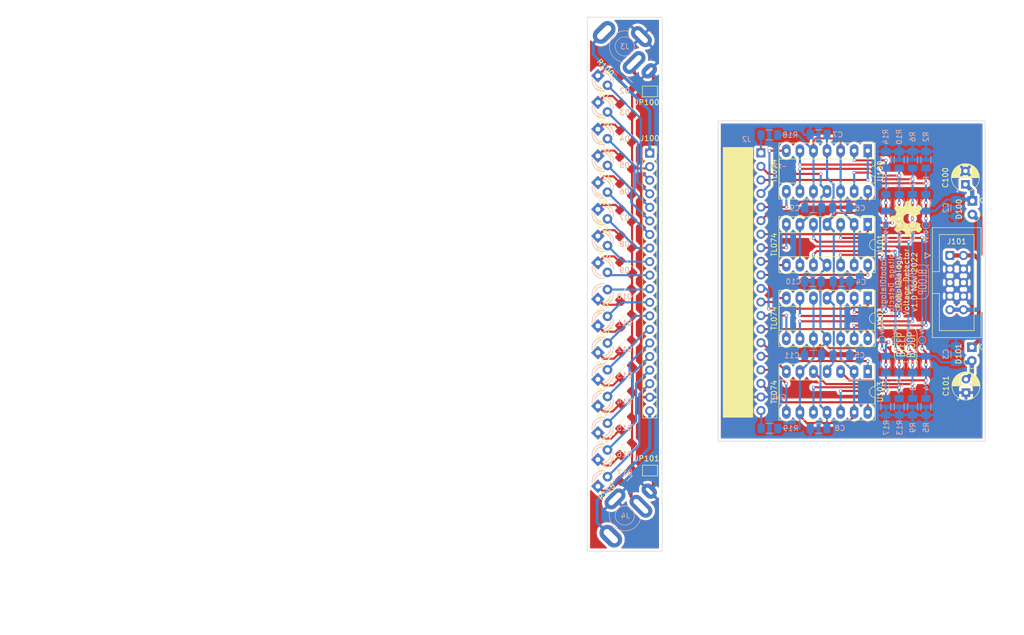
<source format=kicad_pcb>
(kicad_pcb (version 20211014) (generator pcbnew)
  (title_block (title "Voltage Detector") (date "2022-12-04") (rev "1.0") (company "RobotDialogs"))
  (layers (0 "F.Cu" signal) (31 "B.Cu" signal) (34 "B.Paste" user) (35 "F.Paste" user) (36 "B.SilkS" user "B.Silkscreen") (37 "F.SilkS" user "F.Silkscreen") (38 "B.Mask" user) (39 "F.Mask" user) (44 "Edge.Cuts" user))
  (net 0 "")
  (net 1 "+12V")
  (net 2 "GND")
  (net 3 "-12V")
  (net 4 "-12VA")
  (net 5 "Net-(D3-Pad2)")
  (net 6 "Net-(D4-Pad2)")
  (net 7 "+12VA")
  (net 8 "Net-(D5-Pad2)")
  (net 9 "Net-(D6-Pad2)")
  (net 10 "Net-(D7-Pad2)")
  (net 11 "Net-(J2-Pad1)")
  (net 12 "Net-(D8-Pad2)")
  (net 13 "Net-(D9-Pad2)")
  (net 14 "Net-(D10-Pad2)")
  (net 15 "Net-(D11-Pad2)")
  (net 16 "Net-(D12-Pad2)")
  (net 17 "Net-(D13-Pad2)")
  (net 18 "Net-(D14-Pad2)")
  (net 19 "Net-(D15-Pad2)")
  (net 20 "Net-(D16-Pad2)")
  (net 21 "Net-(D17-Pad2)")
  (net 22 "Net-(J2-Pad3)")
  (net 23 "Net-(D3-Pad1)")
  (net 24 "Net-(D4-Pad1)")
  (net 25 "Net-(D5-Pad1)")
  (net 26 "Net-(D6-Pad1)")
  (net 27 "Net-(D7-Pad1)")
  (net 28 "INPUT_1")
  (net 29 "Net-(D8-Pad1)")
  (net 30 "Net-(D9-Pad1)")
  (net 31 "Net-(D10-Pad1)")
  (net 32 "Net-(D11-Pad1)")
  (net 33 "Net-(D12-Pad1)")
  (net 34 "Net-(D13-Pad1)")
  (net 35 "INPUT_2")
  (net 36 "Net-(D14-Pad1)")
  (net 37 "0.9VREF")
  (net 38 "3.2VREF")
  (net 39 "4.9VREF")
  (net 40 "9.8VREF")
  (net 41 "Net-(D15-Pad1)")
  (net 42 "Net-(D16-Pad1)")
  (net 43 "-0.9VREF")
  (net 44 "-3.2VREF")
  (net 45 "-4.9VREF")
  (net 46 "-9.8VREF")
  (net 47 "Net-(D17-Pad1)")
  (net 48 "Net-(D2-Pad1)")
  (net 49 "Net-(J2-Pad4)")
  (net 50 "Net-(D2-Pad2)")
  (net 51 "Net-(J100-Pad20)")
  (net 52 "Net-(J3-PadTN)")
  (net 53 "Net-(J2-Pad5)")
  (net 54 "Net-(J2-Pad6)")
  (net 55 "Net-(J2-Pad7)")
  (net 56 "Net-(J2-Pad8)")
  (net 57 "Net-(J2-Pad9)")
  (net 58 "Net-(J2-Pad10)")
  (net 59 "Net-(J2-Pad11)")
  (net 60 "Net-(J2-Pad12)")
  (net 61 "Net-(J2-Pad13)")
  (net 62 "Net-(J2-Pad14)")
  (net 63 "Net-(J2-Pad15)")
  (net 64 "Net-(J2-Pad16)")
  (net 65 "Net-(J2-Pad17)")
  (net 66 "Net-(J2-Pad18)")
  (net 67 "Net-(J2-Pad20)")
  (net 68 "Net-(J3-PadT)")
  (net 69 "Net-(J4-PadTN)")
  (footprint "Package_DIP:DIP-14_W7.62mm_Socket_LongPads" (layer "F.Cu") (at 192.505 102.583332 -90)
    (fp_text reference "U102")
    (fp_text value "TL074")
  )
  (footprint "Resistor_SMD:R_1206_3216Metric_Pad1.30x1.75mm_HandSolder" (layer "F.Cu") (at 147.270711 87.134688 -45)
    (fp_text reference "R105")
    (fp_text value "2k7")
  )
  (footprint "Package_DIP:DIP-14_W7.62mm_Socket_LongPads" (layer "F.Cu") (at 192.505 116.375 -90)
    (fp_text reference "U103")
    (fp_text value "TL074")
  )
  (footprint "Resistor_SMD:R_1206_3216Metric_Pad1.30x1.75mm_HandSolder" (layer "F.Cu") (at 147.270711 130.906112 45)
    (fp_text reference "R114")
    (fp_text value "2k7")
  )
  (footprint "Jumper:SolderJumper-2_P1.3mm_Bridged_Pad1.0x1.5mm" (layer "F.Cu") (at 151.720711 63.898972 180)
    (fp_text reference "JP100")
    (fp_text value "Jumper_2_Bridged")
  )
  (footprint "Package_DIP:DIP-14_W7.62mm_Socket_LongPads" (layer "F.Cu") (at 192.505 88.791666 -90)
    (fp_text reference "U101")
    (fp_text value "TL074")
  )
  (footprint "Resistor_SMD:R_1206_3216Metric_Pad1.30x1.75mm_HandSolder" (layer "F.Cu") (at 147.270711 106.834687 45)
    (fp_text reference "R109")
    (fp_text value "2k7")
  )
  (footprint "My Stuff:Logo1" (layer "F.Cu") (at 199.6 111.4 90)
    (fp_text reference "LOGO101" hide)
    (fp_text value "logo1" hide)
  )
  (footprint "Resistor_SMD:R_1206_3216Metric_Pad1.30x1.75mm_HandSolder" (layer "F.Cu") (at 147.270711 96.898972 -45)
    (fp_text reference "R107")
    (fp_text value "2k7")
  )
  (footprint "Resistor_SMD:R_1206_3216Metric_Pad1.30x1.75mm_HandSolder" (layer "F.Cu") (at 147.270711 92.09183 -45)
    (fp_text reference "R106")
    (fp_text value "2k7")
  )
  (footprint "Connector_IDC:IDC-Header_2x05_P2.54mm_Vertical" (layer "F.Cu") (at 207.8975 94.62)
    (fp_text reference "J101")
    (fp_text value "Conn_02x05_Odd_Even")
  )
  (footprint "Resistor_SMD:R_1206_3216Metric_Pad1.30x1.75mm_HandSolder" (layer "F.Cu") (at 147.270711 82.177546 -45)
    (fp_text reference "R104")
    (fp_text value "2k7")
  )
  (footprint "Diode_THT:D_A-405_P2.54mm_Vertical_KathodeUp" (layer "F.Cu") (at 212.1 84.4 -90)
    (fp_text reference "D100")
    (fp_text value "D")
  )
  (footprint "Resistor_SMD:R_1206_3216Metric_Pad1.30x1.75mm_HandSolder" (layer "F.Cu") (at 147.270711 111.648972 45)
    (fp_text reference "R110")
    (fp_text value "2k7")
  )
  (footprint "Diode_THT:D_A-405_P2.54mm_Vertical_KathodeUp" (layer "F.Cu") (at 212 111.8 -90)
    (fp_text reference "D101")
    (fp_text value "D")
  )
  (footprint "Connector_PinSocket_2.54mm:PinSocket_1x20_P2.54mm_Vertical" (layer "F.Cu") (at 151.674999 75.448972)
    (fp_text reference "J100")
    (fp_text value "Conn_01x20")
  )
  (footprint "Resistor_SMD:R_1206_3216Metric_Pad1.30x1.75mm_HandSolder" (layer "F.Cu") (at 147.270711 126.091827 45)
    (fp_text reference "R113")
    (fp_text value "2k7")
  )
  (footprint "Resistor_SMD:R_1206_3216Metric_Pad1.30x1.75mm_HandSolder" (layer "F.Cu") (at 147.270711 135.720397 45)
    (fp_text reference "R115")
    (fp_text value "2k7")
  )
  (footprint "Package_DIP:DIP-14_W7.62mm_Socket_LongPads" (layer "F.Cu") (at 192.505 75 -90)
    (fp_text reference "U100")
    (fp_text value "TL074")
  )
  (footprint "Resistor_SMD:R_1206_3216Metric_Pad1.30x1.75mm_HandSolder" (layer "F.Cu") (at 147.270711 72.263262 -45)
    (fp_text reference "R102")
    (fp_text value "2k7")
  )
  (footprint "Resistor_SMD:R_1206_3216Metric_Pad1.30x1.75mm_HandSolder" (layer "F.Cu") (at 147.270711 116.463257 45)
    (fp_text reference "R111")
    (fp_text value "2k7")
  )
  (footprint "Capacitor_THT:CP_Radial_D5.0mm_P2.50mm" (layer "F.Cu") (at 210.8 81.3 90)
    (fp_text reference "C100")
    (fp_text value "100uF")
  )
  (footprint "Resistor_SMD:R_1206_3216Metric_Pad1.30x1.75mm_HandSolder" (layer "F.Cu") (at 147.270711 121.277542 45)
    (fp_text reference "R112")
    (fp_text value "2k7")
  )
  (footprint "Resistor_SMD:R_1206_3216Metric_Pad1.30x1.75mm_HandSolder" (layer "F.Cu") (at 147.270711 67.30612 -45)
    (fp_text reference "R101")
    (fp_text value "2k7")
  )
  (footprint "Jumper:SolderJumper-2_P1.3mm_Bridged_Pad1.0x1.5mm" (layer "F.Cu") (at 151.720711 134.898972 180)
    (fp_text reference "JP101")
    (fp_text value "Jumper_2_Bridged")
  )
  (footprint "Symbol:OSHW-Symbol_6.7x6mm_SilkScreen" (layer "F.Cu") (at 199.75 87.75 90)
    (fp_text reference "LOGO100" hide)
    (fp_text value "Logo_Open_Hardware_Small" hide)
  )
  (footprint "Capacitor_THT:CP_Radial_D5.0mm_P2.50mm" (layer "F.Cu") (at 210.9 120.305113 90)
    (fp_text reference "C101")
    (fp_text value "100uF")
  )
  (footprint "My Stuff:Logo2" (layer "F.Cu") (at 201.75 99.55 90)
    (fp_text reference "LOGO102" hide)
    (fp_text value "logo1" hide)
  )
  (footprint "Resistor_SMD:R_1206_3216Metric_Pad1.30x1.75mm_HandSolder" (layer "F.Cu") (at 147.270711 77.220404 -45)
    (fp_text reference "R103")
    (fp_text value "2k7")
  )
  (footprint "Resistor_SMD:R_1206_3216Metric_Pad1.30x1.75mm_HandSolder" (layer "F.Cu") (at 147.270711 102.020402 45)
    (fp_text reference "R108")
    (fp_text value "2k7")
  )
  (footprint "Resistor_SMD:R_1206_3216Metric_Pad1.30x1.75mm_HandSolder" (layer "F.Cu") (at 147.270711 62.348978 -45)
    (fp_text reference "R100")
    (fp_text value "2k7")
  )
  (footprint "Resistor_SMD:R_1206_3216Metric_Pad1.30x1.75mm_HandSolder" (layer "B.Cu") (at 198.4 122.95 90)
    (fp_text reference "R13")
    (fp_text value "3k6")
  )
  (footprint "My Stuff:LED_D3.0mm" (layer "B.Cu") (at 142.870711 131.940323 45)
    (fp_text reference "D16")
    (fp_text value "LED")
  )
  (footprint "Resistor_SMD:R_1206_3216Metric_Pad1.30x1.75mm_HandSolder" (layer "B.Cu") (at 203.399999 76.7 -90)
    (fp_text reference "R2")
    (fp_text value "1k3")
  )
  (footprint "Resistor_SMD:R_1206_3216Metric_Pad1.30x1.75mm_HandSolder" (layer "B.Cu") (at 200.899999 84.750001 -90)
    (fp_text reference "R7")
    (fp_text value "9k1")
  )
  (footprint "My Stuff:LED_D3.0mm" (layer "B.Cu") (at 142.870712 91.886994 -45)
    (fp_text reference "D8")
    (fp_text value "LED")
  )
  (footprint "My Stuff:LED_D3.0mm" (layer "B.Cu") (at 142.870711 111.913658 45)
    (fp_text reference "D12")
    (fp_text value "LED")
  )
  (footprint "Capacitor_SMD:C_1206_3216Metric_Pad1.33x1.80mm_HandSolder" (layer "B.Cu") (at 182.2625 113.3)
    (fp_text reference "C11")
    (fp_text value "10nF")
  )
  (footprint "Capacitor_SMD:C_1206_3216Metric_Pad1.33x1.80mm_HandSolder" (layer "B.Cu") (at 183.3 127)
    (fp_text reference "C8")
    (fp_text value "10nF")
  )
  (footprint "My Stuff:Jack_3.5mm_MJ-355W_and_PJ398SM_Vertical" (layer "B.Cu") (at 147.020711 143.317939 -45)
    (fp_text reference "J4")
    (fp_text value "IN_2")
  )
  (footprint "My Stuff:TestPoint_Pad_D1.0mm_minimal" (layer "B.Cu") (at 195.2 110.45 180)
    (fp_text reference "TP8" hide)
    (fp_text value "TestPoint")
  )
  (footprint "Capacitor_SMD:C_1206_3216Metric_Pad1.33x1.80mm_HandSolder" (layer "B.Cu") (at 182.22 99.5)
    (fp_text reference "C10")
    (fp_text value "10nF")
  )
  (footprint "Connector_PinHeader_2.54mm:PinHeader_1x20_P2.54mm_Horizontal" (layer "B.Cu") (at 172.5 75.4 180)
    (fp_text reference "J2")
    (fp_text value "Conn_01x20")
  )
  (footprint "My Stuff:TestPoint_Pad_D1.0mm_minimal" (layer "B.Cu") (at 202.7 110.45 180)
    (fp_text reference "TP2" hide)
    (fp_text value "TestPoint")
  )
  (footprint "Resistor_SMD:R_1206_3216Metric_Pad1.30x1.75mm_HandSolder" (layer "B.Cu") (at 198.4 84.750001 -90)
    (fp_text reference "R11")
    (fp_text value "4k7")
  )
  (footprint "My Stuff:LED_D3.0mm" (layer "B.Cu") (at 142.870711 66.853663 -45)
    (fp_text reference "D3")
    (fp_text value "LED")
  )
  (footprint "My Stuff:TestPoint_Pad_D1.0mm_minimal" (layer "B.Cu") (at 203.4 88.9 180)
    (fp_text reference "TP1" hide)
    (fp_text value "TestPoint")
  )
  (footprint "Resistor_SMD:R_1206_3216Metric_Pad1.30x1.75mm_HandSolder" (layer "B.Cu") (at 195.900001 76.7 -90)
    (fp_text reference "R14")
    (fp_text value "1k3")
  )
  (footprint "Resistor_SMD:R_1206_3216Metric_Pad1.30x1.75mm_HandSolder" (layer "B.Cu") (at 198.4 115.05 90)
    (fp_text reference "R12")
    (fp_text value "4k7")
  )
  (footprint "My Stuff:TestPoint_Pad_D1.0mm_minimal" (layer "B.Cu") (at 195.9 88.9 180)
    (fp_text reference "TP7" hide)
    (fp_text value "TestPoint")
  )
  (footprint "Resistor_SMD:R_1206_3216Metric_Pad1.30x1.75mm_HandSolder" (layer "B.Cu") (at 203.399999 84.750001 -90)
    (fp_text reference "R3")
    (fp_text value "15k")
  )
  (footprint "My Stuff:LED_D3.0mm" (layer "B.Cu") (at 142.870711 76.866996 -45)
    (fp_text reference "D5")
    (fp_text value "LED")
  )
  (footprint "My Stuff:LED_D3.0mm" (layer "B.Cu") (at 142.870711 116.920324 45)
    (fp_text reference "D13")
    (fp_text value "LED")
  )
  (footprint "My Stuff:LED_D3.0mm" (layer "B.Cu") (at 142.870711 61.846997 -45)
    (fp_text reference "D2")
    (fp_text value "LED")
  )
  (footprint "Resistor_SMD:R_1206_3216Metric_Pad1.30x1.75mm_HandSolder" (layer "B.Cu") (at 198.4 76.7 -90)
    (fp_text reference "R10")
    (fp_text value "3k6")
  )
  (footprint "Capacitor_SMD:C_1206_3216Metric_Pad1.33x1.80mm_HandSolder" (layer "B.Cu") (at 187.6 99.5)
    (fp_text reference "C4")
    (fp_text value "10nF")
  )
  (footprint "Resistor_SMD:R_1206_3216Metric_Pad1.30x1.75mm_HandSolder" (layer "B.Cu") (at 174.05 72.05)
    (fp_text reference "R18")
    (fp_text value "100k")
  )
  (footprint "Resistor_SMD:R_1206_3216Metric_Pad1.30x1.75mm_HandSolder" (layer "B.Cu") (at 200.9 122.950001 90)
    (fp_text reference "R9")
    (fp_text value "3k6")
  )
  (footprint "My Stuff:LED_D3.0mm" (layer "B.Cu") (at 142.870711 101.900326 45)
    (fp_text reference "D10")
    (fp_text value "LED")
  )
  (footprint "Resistor_SMD:R_1206_3216Metric_Pad1.30x1.75mm_HandSolder" (layer "B.Cu") (at 203.399999 122.950001 90)
    (fp_text reference "R5")
    (fp_text value "1k3")
  )
  (footprint "Capacitor_SMD:C_1206_3216Metric_Pad1.33x1.80mm_HandSolder" (layer "B.Cu") (at 187.5 85.7)
    (fp_text reference "C6")
    (fp_text value "10nF")
  )
  (footprint "My Stuff:TestPoint_Pad_D1.0mm_minimal" (layer "B.Cu") (at 200.15 110.45 180)
    (fp_text reference "TP4" hide)
    (fp_text value "TestPoint")
  )
  (footprint "Resistor_SMD:R_1206_3216Metric_Pad1.30x1.75mm_HandSolder" (layer "B.Cu") (at 174.1 127)
    (fp_text reference "R19")
    (fp_text value "100k")
  )
  (footprint "My Stuff:LED_D3.0mm" (layer "B.Cu") (at 142.870711 121.926991 45)
    (fp_text reference "D14")
    (fp_text value "LED")
  )
  (footprint "My Stuff:LED_D3.0mm" (layer "B.Cu") (at 142.870711 96.89366 -45)
    (fp_text reference "D9")
    (fp_text value "LED")
  )
  (footprint "My Stuff:TestPoint_Pad_D1.0mm_minimal" (layer "B.Cu") (at 197.7 110.45 180)
    (fp_text reference "TP6" hide)
    (fp_text value "TestPoint")
  )
  (footprint "Resistor_SMD:R_1206_3216Metric_Pad1.30x1.75mm_HandSolder" (layer "B.Cu") (at 195.900001 115.05 90)
    (fp_text reference "R16")
    (fp_text value "200")
  )
  (footprint "My Stuff:LED_D3.0mm" (layer "B.Cu") (at 142.870711 106.906992 45)
    (fp_text reference "D11")
    (fp_text value "LED")
  )
  (footprint "My Stuff:LED_D3.0mm" (layer "B.Cu") (at 142.870711 71.86033 -45)
    (fp_text reference "D4")
    (fp_text value "LED")
  )
  (footprint "Resistor_SMD:R_1206_3216Metric_Pad1.30x1.75mm_HandSolder" (layer "B.Cu") (at 195.900001 84.750001 -90)
    (fp_text reference "R15")
    (fp_text value "200")
  )
  (footprint "Capacitor_SMD:C_1206_3216Metric_Pad1.33x1.80mm_HandSolder" (layer "B.Cu") (at 183.3 72 180)
    (fp_text reference "C7")
    (fp_text value "10nF")
  )
  (footprint "My Stuff:TestPoint_Pad_D1.0mm_minimal" (layer "B.Cu") (at 200.9 88.9 180)
    (fp_text reference "TP3" hide)
    (fp_text value "TestPoint")
  )
  (footprint "Capacitor_SMD:C_1206_3216Metric_Pad1.33x1.80mm_HandSolder" (layer "B.Cu") (at 209 85.7 -90)
    (fp_text reference "C2")
    (fp_text value "10nF")
  )
  (footprint "Capacitor_SMD:C_1206_3216Metric_Pad1.33x1.80mm_HandSolder" (layer "B.Cu") (at 187.5625 113.3)
    (fp_text reference "C5")
    (fp_text value "10nF")
  )
  (footprint "My Stuff:LED_D3.0mm" (layer "B.Cu") (at 142.870711 81.873662 -45)
    (fp_text reference "D6")
    (fp_text value "LED")
  )
  (footprint "My Stuff:LED_D3.0mm" (layer "B.Cu") (at 142.870711 126.933657 45)
    (fp_text reference "D15")
    (fp_text value "LED")
  )
  (footprint "Capacitor_SMD:C_1206_3216Metric_Pad1.33x1.80mm_HandSolder" (layer "B.Cu") (at 209 113.1 -90)
    (fp_text reference "C3")
    (fp_text value "10nF")
  )
  (footprint "My Stuff:LED_D3.0mm" (layer "B.Cu") (at 142.870711 136.946998 45)
    (fp_text reference "D17")
    (fp_text value "LED")
  )
  (footprint "Resistor_SMD:R_1206_3216Metric_Pad1.30x1.75mm_HandSolder" (layer "B.Cu") (at 195.900001 122.95 90)
    (fp_text reference "R17")
    (fp_text value "1k3")
  )
  (footprint "Resistor_SMD:R_1206_3216Metric_Pad1.30x1.75mm_HandSolder" (layer "B.Cu") (at 200.9 115.05 90)
    (fp_text reference "R8")
    (fp_text value "9k1")
  )
  (footprint "Resistor_SMD:R_1206_3216Metric_Pad1.30x1.75mm_HandSolder" (layer "B.Cu") (at 200.899999 76.7 -90)
    (fp_text reference "R6")
    (fp_text value "3k6")
  )
  (footprint "Capacitor_SMD:C_1206_3216Metric_Pad1.33x1.80mm_HandSolder" (layer "B.Cu") (at 182.3 85.7)
    (fp_text reference "C9")
    (fp_text value "10nF")
  )
  (footprint "My Stuff:TestPoint_Pad_D1.0mm_minimal" (layer "B.Cu") (at 198.4 88.9 180)
    (fp_text reference "TP5" hide)
    (fp_text value "TestPoint")
  )
  (footprint "Resistor_SMD:R_1206_3216Metric_Pad1.30x1.75mm_HandSolder" (layer "B.Cu") (at 203.399999 115.05 90)
    (fp_text reference "R4")
    (fp_text value "15k")
  )
  (footprint "My Stuff:Jack_3.5mm_MJ-355W_and_PJ398SM_Vertical" (layer "B.Cu") (at 147.020711 55.480005 -135)
    (fp_text reference "J3")
    (fp_text value "IN_1")
  )
  (footprint "My Stuff:LED_D3.0mm" (layer "B.Cu") (at 142.870711 86.880327 -45)
    (fp_text reference "D7")
    (fp_text value "LED")
  )
  (gr_rect (start 165.45 74.4) (end 170.95 124.9) (layer "F.SilkS") (width 0.15) (fill solid))
  (gr_poly locked (pts (xy 154 50) (xy 140.000001 49.999998) (xy 140 150) (xy 154 150)) (layer "Edge.Cuts") (width 0.1) (fill none))
  (gr_rect (start 164.5 69.4) (end 214.5 129.4) (layer "Edge.Cuts") (width 0.1) (fill none))
  (gr_text "3.2V" (at 200.95 91.1 -270) (layer "B.SilkS") (effects (font (size 0.75 0.75)) (justify mirror)))
  (gr_text "-4.9V" (at 197.7 107.7 -270) (layer "B.SilkS") (effects (font (size 0.75 0.75)) (justify mirror)))
  (gr_text "9.8V" (at 195.95 91.1 -270) (layer "B.SilkS") (effects (font (size 0.75 0.75)) (justify mirror)))
  (gr_text "v1.0 Nov 2022" (at 198.4 99.65 90) (layer "B.SilkS") (effects (font (size 1 1)) (justify mirror)))
  (gr_text "4.9V" (at 198.45 91.1 -270) (layer "B.SilkS") (effects (font (size 0.75 0.75)) (justify mirror)))
  (gr_text "-3.2V" (at 200.2 107.7 -270) (layer "B.SilkS") (effects (font (size 0.75 0.75)) (justify mirror)))
  (gr_text "-12V" (at 175.85 77.9) (layer "B.SilkS") (effects (font (size 0.75 0.75)) (justify mirror)))
  (gr_text "GND" (at 175.75 121.2) (layer "B.SilkS") (effects (font (size 1 1)) (justify mirror)))
  (gr_text "0.9V" (at 203.45 91.1 -270) (layer "B.SilkS") (effects (font (size 0.75 0.75)) (justify mirror)))
  (gr_text "-9.8V" (at 195.2 107.7 -270) (layer "B.SilkS") (effects (font (size 0.75 0.75)) (justify mirror)))
  (gr_text "RobotDialogs\n" (at 195.4 99.65 90) (layer "B.SilkS") (effects (font (size 1 1)) (justify mirror)))
  (gr_text "Voltage Detector" (at 196.9 99.65 90) (layer "B.SilkS") (effects (font (size 1 1)) (justify mirror)))
  (gr_text "-0.9V" (at 202.7 107.7 -270) (layer "B.SilkS") (effects (font (size 0.75 0.75)) (justify mirror)))
  (gr_text "RobotDialogs\n" (at 198.25 99.6 90) (layer "F.SilkS") (effects (font (size 1 1))))
  (gr_text "TL074" (at 174.95 92.6 90) (layer "F.SilkS") (effects (font (size 1 1))))
  (gr_text "Voltage Detector" (at 199.75 99.6 90) (layer "F.SilkS") (effects (font (size 1 1))))
  (gr_text "v1.0 Nov 2022" (at 201.25 99.6 90) (layer "F.SilkS") (effects (font (size 1 1))))
  (gr_text "TL074" (at 174.95 120.2 90) (layer "F.SilkS") (effects (font (size 1 1))))
  (gr_text "TL074" (at 174.95 106.4 90) (layer "F.SilkS") (effects (font (size 1 1))))
  (gr_text "TL074" (at 174.95 78.8 90) (layer "F.SilkS") (effects (font (size 1 1))))
  (segment (start 184.885 88.791666) (end 184.885 88.465) (width 0.4) (layer "F.Cu") (net 1))
  (segment (start 186.7 86.65) (end 193.7 86.65) (width 0.4) (layer "F.Cu") (net 1))
  (segment (start 212.1 84.4) (end 212.1 82.6) (width 0.8) (layer "F.Cu") (net 1))
  (segment (start 195.05 88.5) (end 197.1 88.5) (width 0.4) (layer "F.Cu") (net 1))
  (segment (start 212.1 82.6) (end 210.8 81.3) (width 0.8) (layer "F.Cu") (net 1))
  (segment (start 194.75 88.2) (end 195.05 88.5) (width 0.4) (layer "F.Cu") (net 1))
  (segment (start 193.7 86.65) (end 194.75 87.7) (width 0.4) (layer "F.Cu") (net 1))
  (segment (start 184.885 88.465) (end 186.7 86.65) (width 0.4) (layer "F.Cu") (net 1))
  (segment (start 194.75 87.7) (end 194.75 88.2) (width 0.4) (layer "F.Cu") (net 1))
  (via (at 197.1 88.5) (size 0.6) (drill 0.4) (layers "F.Cu" "B.Cu") (net 1))
  (segment (start 186.15 113.15) (end 186.15 103.848332) (width 0.4) (layer "B.Cu") (net 1))
  (segment (start 186 114.85) (end 186 113.3) (width 0.4) (layer "B.Cu") (net 1))
  (segment (start 212.1 82.6) (end 210.8 81.3) (width 0.8) (layer "B.Cu") (net 1))
  (segment (start 208.9875 84.15) (end 209 84.1375) (width 0.4) (layer "B.Cu") (net 1))
  (segment (start 203.399999 86.300001) (end 205.099999 86.300001) (width 0.4) (layer "B.Cu") (net 1))
  (segment (start 186.15 99.3875) (end 186.0375 99.5) (width 0.4) (layer "B.Cu") (net 1))
  (segment (start 184.8625 74.9775) (end 184.885 75) (width 0.4) (layer "B.Cu") (net 1))
  (segment (start 184.885 116.375) (end 184.885 115.965) (width 0.4) (layer "B.Cu") (net 1))
  (segment (start 197.1 88.5) (end 197.1 86.35) (width 0.4) (layer "B.Cu") (net 1))
  (segment (start 184.8625 72) (end 184.8625 74.9775) (width 0.4) (layer "B.Cu") (net 1))
  (segment (start 211.8375 84.1375) (end 212.1 84.4) (width 0.8) (layer "B.Cu") (net 1))
  (segment (start 197.1 86.35) (end 197.149999 86.300001) (width 0.4) (layer "B.Cu") (net 1))
  (segment (start 195.900001 86.300001) (end 197.149999 86.300001) (width 0.4) (layer "B.Cu") (net 1))
  (segment (start 186.15 90.056666) (end 186.15 99.3875) (width 0.4) (layer "B.Cu") (net 1))
  (segment (start 185.9375 85.7) (end 185.9375 83.9625) (width 0.4) (layer "B.Cu") (net 1))
  (segment (start 184.885 80.085) (end 186.1 81.3) (width 0.4) (layer "B.Cu") (net 1))
  (segment (start 184.885 88.265) (end 185.9375 87.2125) (width 0.4) (layer "B.Cu") (net 1))
  (segment (start 197.149999 86.300001) (end 203.399999 86.300001) (width 0.4) (layer "B.Cu") (net 1))
  (segment (start 185.9375 87.2125) (end 185.9375 85.7) (width 0.4) (layer "B.Cu") (net 1))
  (segment (start 184.885 88.791666) (end 186.15 90.056666) (width 0.4) (layer "B.Cu") (net 1))
  (segment (start 186.0375 101.430832) (end 184.885 102.583332) (width 0.4) (layer "B.Cu") (net 1))
  (segment (start 184.885 75) (end 184.885 80.085) (width 0.4) (layer "B.Cu") (net 1))
  (segment (start 186.15 103.848332) (end 184.885 102.583332) (width 0.4) (layer "B.Cu") (net 1))
  (segment (start 212.1 84.4) (end 212.1 82.6) (width 0.8) (layer "B.Cu") (net 1))
  (segment (start 186.1 81.3) (end 186.1 83.8) (width 0.4) (layer "B.Cu") (net 1))
  (segment (start 207.25 84.15) (end 208.9875 84.15) (width 0.4) (layer "B.Cu") (net 1))
  (segment (start 184.885 88.791666) (end 184.885 88.265) (width 0.4) (layer "B.Cu") (net 1))
  (segment (start 205.099999 86.300001) (end 207.25 84.15) (width 0.4) (layer "B.Cu") (net 1))
  (segment (start 209 84.1375) (end 211.8375 84.1375) (width 0.8) (layer "B.Cu") (net 1))
  (segment (start 186 113.3) (end 186.15 113.15) (width 0.4) (layer "B.Cu") (net 1))
  (segment (start 184.885 115.965) (end 186 114.85) (width 0.4) (layer "B.Cu") (net 1))
  (segment (start 186.1 83.8) (end 185.9375 83.9625) (width 0.4) (layer "B.Cu") (net 1))
  (segment (start 186.0375 99.5) (end 186.0375 101.430832) (width 0.4) (layer "B.Cu") (net 1))
  (segment (start 151.590679 60.049973) (end 152.370711 60.830005) (width 0.6) (layer "F.Cu") (net 2))
  (segment (start 151.590679 138.747971) (end 152.370711 137.967939) (width 0.6) (layer "F.Cu") (net 2))
  (segment (start 152.370711 137.967939) (end 152.370711 134.898972) (width 0.6) (layer "F.Cu") (net 2))
  (segment (start 152.370711 60.830005) (end 152.370711 63.898972) (width 0.6) (layer "F.Cu") (net 2))
  (segment (start 173.91 79.35) (end 183.7 79.35) (width 0.4) (layer "F.Cu") (net 3))
  (segment (start 148.366727 63.444994) (end 148.366727 134.624381) (width 0.4) (layer "F.Cu") (net 3))
  (segment (start 185.35 112) (end 193.4 112) (width 0.4) (layer "F.Cu") (net 3))
  (segment (start 172.5 77.94) (end 173.91 79.35) (width 0.4) (layer "F.Cu") (net 3))
  (segment (start 148.366727 78.31642) (end 151.347551 78.31642) (width 0.4) (layer "F.Cu") (net 3))
  (segment (start 212 114.34) (end 212 116.705113) (width 0.8) (layer "F.Cu") (net 3))
  (segment (start 151.347551 78.31642) (end 151.674999 77.988972) (width 0.4) (layer "F.Cu") (net 3))
  (segment (start 184.885 111.535) (end 185.35 112) (width 0.4) (layer "F.Cu") (net 3))
  (segment (start 184.885 111.535) (end 184.885 110.203332) (width 0.4) (layer "F.Cu") (net 3))
  (segment (start 193.4 112) (end 194.55 110.85) (width 0.4) (layer "F.Cu") (net 3))
  (segment (start 212 116.705113) (end 210.9 117.805113) (width 0.8) (layer "F.Cu") (net 3))
  (segment (start 194.55 110.85) (end 196.4 110.85) (width 0.4) (layer "F.Cu") (net 3))
  (via (at 196.4 110.85) (size 0.6) (drill 0.4) (layers "F.Cu" "B.Cu") (net 3))
  (via (at 183.7 79.35) (size 0.6) (drill 0.4) (layers "F.Cu" "B.Cu") (net 3))
  (segment (start 184.885 82.62) (end 183.8 83.705) (width 0.4) (layer "B.Cu") (net 3))
  (segment (start 203.399999 113.5) (end 205.15 113.5) (width 0.4) (layer "B.Cu") (net 3))
  (segment (start 184.885 96.765) (end 183.8 97.85) (width 0.4) (layer "B.Cu") (net 3))
  (segment (start 184.885 110.765) (end 183.825 111.825) (width 0.4) (layer "B.Cu") (net 3))
  (segment (start 184.885 110.203332) (end 184.885 110.765) (width 0.4) (layer "B.Cu") (net 3))
  (segment (start 212 116.705113) (end 210.9 117.805113) (width 0.8) (layer "B.Cu") (net 3))
  (segment (start 183.825 113.3) (end 183.65 113.475) (width 0.4) (layer "B.Cu") (net 3))
  (segment (start 183.6 95.126666) (end 184.885 96.411666) (width 0.4) (layer "B.Cu") (net 3))
  (segment (start 206.3 114.65) (end 208.9875 114.65) (width 0.4) (layer "B.Cu") (net 3))
  (segment (start 184.885 109.735) (end 183.625 108.475) (width 0.4) (layer "B.Cu") (net 3))
  (segment (start 183.7 81.435) (end 184.885 82.62) (width 0.4) (layer "B.Cu") (net 3))
  (segment (start 183.8 83.705) (end 183.8 85.6375) (width 0.4) (layer "B.Cu") (net 3))
  (segment (start 183.8625 85.7) (end 183.6 85.9625) (width 0.4) (layer "B.Cu") (net 3))
  (segment (start 184.885 110.203332) (end 184.885 109.735) (width 0.4) (layer "B.Cu") (net 3))
  (segment (start 183.65 99.6325) (end 183.65 108.45) (width 0.4) (layer "B.Cu") (net 3))
  (segment (start 183.65 113.475) (end 183.65 122.76) (width 0.4) (layer "B.Cu") (net 3))
  (segment (start 184.8625 127) (end 184.8625 124.0175) (width 0.4) (layer "B.Cu") (net 3))
  (segment (start 183.65 122.76) (end 184.885 123.995) (width 0.4) (layer "B.Cu") (net 3))
  (segment (start 183.7825 99.5) (end 183.65 99.6325) (width 0.4) (layer "B.Cu") (net 3))
  (segment (start 195.899511 111.350489) (end 195.899511 113.49951) (width 0.4) (layer "B.Cu") (net 3))
  (segment (start 208.9875 114.65) (end 209 114.6625) (width 0.4) (layer "B.Cu") (net 3))
  (segment (start 183.8 97.85) (end 183.8 99.4825) (width 0.4) (layer "B.Cu") (net 3))
  (segment (start 209 114.6625) (end 211.6775 114.6625) (width 0.8) (layer "B.Cu") (net 3))
  (segment (start 184.8625 124.0175) (end 184.885 123.995) (width 0.4) (layer "B.Cu") (net 3))
  (segment (start 195.900001 113.5) (end 203.399999 113.5) (width 0.4) (layer "B.Cu") (net 3))
  (segment (start 195.899511 113.49951) (end 195.900001 113.5) (width 0.4) (layer "B.Cu") (net 3))
  (segment (start 183.825 113.3) (end 183.825 111.825) (width 0.4) (layer "B.Cu") (net 3))
  (segment (start 183.8 99.4825) (end 183.7825 99.5) (width 0.4) (layer "B.Cu") (net 3))
  (segment (start 205.15 113.5) (end 206.3 114.65) (width 0.4) (layer "B.Cu") (net 3))
  (segment (start 183.8 85.6375) (end 183.8625 85.7) (width 0.4) (layer "B.Cu") (net 3))
  (segment (start 184.885 96.411666) (end 184.885 96.765) (width 0.4) (layer "B.Cu") (net 3))
  (segment (start 211.6775 114.6625) (end 212 114.34) (width 0.8) (layer "B.Cu") (net 3))
  (segment (start 183.65 108.45) (end 183.625 108.475) (width 0.4) (layer "B.Cu") (net 3))
  (segment (start 183.6 85.9625) (end 183.6 95.126666) (width 0.4) (layer "B.Cu") (net 3))
  (segment (start 183.7 79.35) (end 183.7 81.435) (width 0.4) (layer "B.Cu") (net 3))
  (segment (start 212 114.34) (end 212 116.705113) (width 0.8) (layer "B.Cu") (net 3))
  (segment (start 196.4 110.85) (end 195.899511 111.350489) (width 0.4) (layer "B.Cu") (net 3))
  (segment (start 210.4375 94.62) (end 212.52 94.62) (width 0.8) (layer "F.Cu") (net 4))
  (segment (start 212.52 94.62) (end 213.35 95.45) (width 0.8) (layer "F.Cu") (net 4))
  (segment (start 207.8975 94.62) (end 210.4375 94.62) (width 0.8) (layer "F.Cu") (net 4))
  (segment (start 213.35 95.45) (end 213.35 110.45) (width 0.8) (layer "F.Cu") (net 4))
  (segment (start 213.35 110.45) (end 212 111.8) (width 0.8) (layer "F.Cu") (net 4))
  (segment (start 151.674999 83.068972) (end 149.421191 80.815164) (width 0.4) (layer "B.Cu") (net 5))
  (segment (start 149.421191 80.815164) (end 149.421191 73.404143) (width 0.4) (layer "B.Cu") (net 5))
  (segment (start 149.421191 73.404143) (end 143.768737 67.751689) (width 0.4) (layer "B.Cu") (net 5))
  (segment (start 148.821671 77.81129) (end 143.768737 72.758356) (width 0.4) (layer "B.Cu") (net 6))
  (segment (start 148.821671 82.755644) (end 148.821671 77.81129) (width 0.4) (layer "B.Cu") (net 6))
  (segment (start 151.674999 85.608972) (end 148.821671 82.755644) (width 0.4) (layer "B.Cu") (net 6))
  (segment (start 212.97 104.78) (end 213.35 104.4) (width 0.8) (layer "B.Cu") (net 7))
  (segment (start 210.4375 104.78) (end 212.97 104.78) (width 0.8) (layer "B.Cu") (net 7))
  (segment (start 207.8975 104.78) (end 210.4375 104.78) (width 0.8) (layer "B.Cu") (net 7))
  (segment (start 213.35 88.19) (end 212.1 86.94) (width 0.8) (layer "B.Cu") (net 7))
  (segment (start 213.35 104.4) (end 213.35 88.19) (width 0.8) (layer "B.Cu") (net 7))
  (segment (start 151.674999 88.148972) (end 148.222151 84.696124) (width 0.4) (layer "B.Cu") (net 8))
  (segment (start 148.222151 84.696124) (end 148.222151 82.218436) (width 0.4) (layer "B.Cu") (net 8))
  (segment (start 148.222151 82.218436) (end 143.768737 77.765022) (width 0.4) (layer "B.Cu") (net 8))
  (segment (start 143.768737 82.78271) (end 143.768737 82.771688) (width 0.4) (layer "B.Cu") (net 9))
  (segment (start 151.674999 90.688972) (end 143.768737 82.78271) (width 0.4) (layer "B.Cu") (net 9))
  (segment (start 149.219356 93.228972) (end 143.768737 87.778353) (width 0.4) (layer "B.Cu") (net 10))
  (segment (start 151.674999 93.228972) (end 149.219356 93.228972) (width 0.4) (layer "B.Cu") (net 10))
  (segment (start 172.5 75.4) (end 172.5 72.05) (width 0.4) (layer "B.Cu") (net 11))
  (segment (start 146.75269 95.768972) (end 143.768738 92.78502) (width 0.4) (layer "B.Cu") (net 12))
  (segment (start 151.674999 95.768972) (end 146.75269 95.768972) (width 0.4) (layer "B.Cu") (net 12))
  (segment (start 151.674999 98.308972) (end 144.286023 98.308972) (width 0.4) (layer "B.Cu") (net 13))
  (segment (start 144.286023 98.308972) (end 143.768737 97.791686) (width 0.4) (layer "B.Cu") (net 13))
  (segment (start 151.521671 101.0023) (end 151.674999 100.848972) (width 0.4) (layer "B.Cu") (net 14))
  (segment (start 143.768737 101.0023) (end 151.521671 101.0023) (width 0.4) (layer "B.Cu") (net 14))
  (segment (start 146.388731 103.388972) (end 143.768737 106.008966) (width 0.4) (layer "B.Cu") (net 15))
  (segment (start 151.674999 103.388972) (end 146.388731 103.388972) (width 0.4) (layer "B.Cu") (net 15))
  (segment (start 151.674999 105.928972) (end 148.855397 105.928972) (width 0.4) (layer "B.Cu") (net 16))
  (segment (start 148.855397 105.928972) (end 143.768737 111.015632) (width 0.4) (layer "B.Cu") (net 16))
  (segment (start 143.768737 116.022298) (end 151.322063 108.468972) (width 0.4) (layer "B.Cu") (net 17))
  (segment (start 151.322063 108.468972) (end 151.674999 108.468972) (width 0.4) (layer "B.Cu") (net 17))
  (segment (start 147.89873 114.785241) (end 151.674999 111.008972) (width 0.4) (layer "B.Cu") (net 18))
  (segment (start 143.768737 121.028965) (end 147.89873 116.898972) (width 0.4) (layer "B.Cu") (net 18))
  (segment (start 147.89873 116.898972) (end 147.89873 114.785241) (width 0.4) (layer "B.Cu") (net 18))
  (segment (start 148.521671 116.7023) (end 151.674999 113.548972) (width 0.4) (layer "B.Cu") (net 19))
  (segment (start 143.768737 126.035631) (end 148.521671 121.282697) (width 0.4) (layer "B.Cu") (net 19))
  (segment (start 148.521671 121.282697) (end 148.521671 116.7023) (width 0.4) (layer "B.Cu") (net 19))
  (segment (start 149.121191 118.64278) (end 149.121191 125.689843) (width 0.4) (layer "B.Cu") (net 20))
  (segment (start 143.768737 131.042297) (end 149.121191 125.689843) (width 0.4) (layer "B.Cu") (net 20))
  (segment (start 151.674999 116.088972) (end 149.121191 118.64278) (width 0.4) (layer "B.Cu") (net 20))
  (segment (start 143.768737 136.048972) (end 149.720711 130.096998) (width 0.4) (layer "B.Cu") (net 21))
  (segment (start 151.674999 118.628972) (end 149.720711 120.58326) (width 0.4) (layer "B.Cu") (net 21))
  (segment (start 149.720711 120.58326) (end 149.720711 130.096998) (width 0.4) (layer "B.Cu") (net 21))
  (segment (start 192.48 80.48) (end 192.5 80.5) (width 0.4) (layer "F.Cu") (net 22))
  (segment (start 172.5 80.48) (end 192.48 80.48) (width 0.4) (layer "F.Cu") (net 22))
  (via (at 192.5 80.5) (size 0.6) (drill 0.4) (layers "F.Cu" "B.Cu") (net 22))
  (segment (start 192.505 80.495) (end 192.505 75) (width 0.4) (layer "B.Cu") (net 22))
  (segment (start 192.5 80.5) (end 192.505 80.495) (width 0.4) (layer "B.Cu") (net 22))
  (segment (start 143.17935 64.748972) (end 144.713563 64.748972) (width 0.4) (layer "F.Cu") (net 23))
  (segment (start 144.713563 64.748972) (end 146.174695 66.210104) (width 0.4) (layer "F.Cu") (net 23))
  (segment (start 141.972685 65.955637) (end 143.17935 64.748972) (width 0.4) (layer "F.Cu") (net 23))
  (segment (start 145.106421 70.098972) (end 146.174695 71.167246) (width 0.4) (layer "F.Cu") (net 24))
  (segment (start 141.972685 70.962304) (end 142.836017 70.098972) (width 0.4) (layer "F.Cu") (net 24))
  (segment (start 142.836017 70.098972) (end 145.106421 70.098972) (width 0.4) (layer "F.Cu") (net 24))
  (segment (start 145.049279 74.998972) (end 146.174695 76.124388) (width 0.4) (layer "F.Cu") (net 25))
  (segment (start 142.942683 74.998972) (end 145.049279 74.998972) (width 0.4) (layer "F.Cu") (net 25))
  (segment (start 141.972685 75.96897) (end 142.942683 74.998972) (width 0.4) (layer "F.Cu") (net 25))
  (segment (start 144.892137 79.798972) (end 146.174695 81.08153) (width 0.4) (layer "F.Cu") (net 26))
  (segment (start 143.149349 79.798972) (end 144.892137 79.798972) (width 0.4) (layer "F.Cu") (net 26))
  (segment (start 141.972685 80.975636) (end 143.149349 79.798972) (width 0.4) (layer "F.Cu") (net 26))
  (segment (start 145.284995 85.148972) (end 146.174695 86.038672) (width 0.4) (layer "F.Cu") (net 27))
  (segment (start 141.972685 85.982301) (end 142.806014 85.148972) (width 0.4) (layer "F.Cu") (net 27))
  (segment (start 142.806014 85.148972) (end 145.284995 85.148972) (width 0.4) (layer "F.Cu") (net 27))
  (segment (start 182.8 72.7) (end 187 72.7) (width 0.4) (layer "F.Cu") (net 28))
  (segment (start 182.345 73.155) (end 182.8 72.7) (width 0.4) (layer "F.Cu") (net 28))
  (segment (start 187.425 73.125) (end 187.425 75) (width 0.4) (layer "F.Cu") (net 28))
  (segment (start 187 72.7) (end 187.425 73.125) (width 0.4) (layer "F.Cu") (net 28))
  (segment (start 182.345 75) (end 182.345 73.155) (width 0.4) (layer "F.Cu") (net 28))
  (segment (start 175.6 72.05) (end 179.395 72.05) (width 0.4) (layer "B.Cu") (net 28))
  (segment (start 179.858334 88.791666) (end 182.345 86.305) (width 0.4) (layer "B.Cu") (net 28))
  (segment (start 187.425 86.043559) (end 189.965 88.583559) (width 0.4) (layer "B.Cu") (net 28))
  (segment (start 187.425 82.62) (end 187.425 86.043559) (width 0.4) (layer "B.Cu") (net 28))
  (segment (start 179.805 88.791666) (end 179.805 96.411666) (width 0.4) (layer "B.Cu") (net 28))
  (segment (start 189.965 88.583559) (end 189.965 88.791666) (width 0.4) (layer "B.Cu") (net 28))
  (segment (start 179.805 88.791666) (end 179.858334 88.791666) (width 0.4) (layer "B.Cu") (net 28))
  (segment (start 179.395 72.05) (end 182.345 75) (width 0.4) (layer "B.Cu") (net 28))
  (segment (start 182.345 75) (end 182.345 82.62) (width 0.4) (layer "B.Cu") (net 28))
  (segment (start 182.345 86.305) (end 182.345 82.62) (width 0.4) (layer "B.Cu") (net 28))
  (segment (start 189.965 88.791666) (end 189.965 96.411666) (width 0.4) (layer "B.Cu") (net 28))
  (segment (start 187.425 75) (end 187.425 82.62) (width 0.4) (layer "B.Cu") (net 28))
  (segment (start 145.077853 89.898972) (end 146.174695 90.995814) (width 0.4) (layer "F.Cu") (net 29))
  (segment (start 141.972686 90.988968) (end 143.062682 89.898972) (width 0.4) (layer "F.Cu") (net 29))
  (segment (start 143.062682 89.898972) (end 145.077853 89.898972) (width 0.4) (layer "F.Cu") (net 29))
  (segment (start 143.169347 94.798972) (end 145.020711 94.798972) (width 0.4) (layer "F.Cu") (net 30))
  (segment (start 141.972685 95.995634) (end 143.169347 94.798972) (width 0.4) (layer "F.Cu") (net 30))
  (segment (start 145.020711 94.798972) (end 146.174695 95.952956) (width 0.4) (layer "F.Cu") (net 30))
  (segment (start 143.023305 103.848972) (end 145.442141 103.848972) (width 0.4) (layer "F.Cu") (net 31))
  (segment (start 145.442141 103.848972) (end 146.174695 103.116418) (width 0.4) (layer "F.Cu") (net 31))
  (segment (start 141.972685 102.798352) (end 143.023305 103.848972) (width 0.4) (layer "F.Cu") (net 31))
  (segment (start 141.972685 107.805018) (end 143.066639 108.898972) (width 0.4) (layer "F.Cu") (net 32))
  (segment (start 143.066639 108.898972) (end 145.206426 108.898972) (width 0.4) (layer "F.Cu") (net 32))
  (segment (start 145.206426 108.898972) (end 146.174695 107.930703) (width 0.4) (layer "F.Cu") (net 32))
  (segment (start 143.109973 113.948972) (end 144.970711 113.948972) (width 0.4) (layer "F.Cu") (net 33))
  (segment (start 141.972685 112.811684) (end 143.109973 113.948972) (width 0.4) (layer "F.Cu") (net 33))
  (segment (start 144.970711 113.948972) (end 146.174695 112.744988) (width 0.4) (layer "F.Cu") (net 33))
  (segment (start 144.784996 118.948972) (end 146.174695 117.559273) (width 0.4) (layer "F.Cu") (net 34))
  (segment (start 141.972685 117.81835) (end 143.103307 118.948972) (width 0.4) (layer "F.Cu") (net 34))
  (segment (start 143.103307 118.948972) (end 144.784996 118.948972) (width 0.4) (layer "F.Cu") (net 34))
  (segment (start 179.805 123.995) (end 179.805 124.705) (width 0.4) (layer "F.Cu") (net 35))
  (segment (start 188.7 126) (end 189.965 124.735) (width 0.4) (layer "F.Cu") (net 35))
  (segment (start 181.1 126) (end 188.7 126) (width 0.4) (layer "F.Cu") (net 35))
  (segment (start 189.965 124.735) (end 189.965 123.995) (width 0.4) (layer "F.Cu") (net 35))
  (segment (start 179.805 124.705) (end 181.1 126) (width 0.4) (layer "F.Cu") (net 35))
  (segment (start 179.805 123.995) (end 179.75 124.05) (width 0.4) (layer "B.Cu") (net 35))
  (segment (start 179.805 123.995) (end 179.805 116.375) (width 0.4) (layer "B.Cu") (net 35))
  (segment (start 187.425 113.925) (end 187.425 110.203332) (width 0.4) (layer "B.Cu") (net 35))
  (segment (start 179.825 116.375) (end 182.345 113.855) (width 0.4) (layer "B.Cu") (net 35))
  (segment (start 189.965 116.375) (end 189.965 123.995) (width 0.4) (layer "B.Cu") (net 35))
  (segment (start 189.875 116.375) (end 187.425 113.925) (width 0.4) (layer "B.Cu") (net 35))
  (segment (start 182.345 113.855) (end 182.345 110.203332) (width 0.4) (layer "B.Cu") (net 35))
  (segment (start 182.345 102.583332) (end 182.345 110.203332) (width 0.4) (layer "B.Cu") (net 35))
  (segment (start 187.425 102.583332) (end 187.425 110.203332) (width 0.4) (layer "B.Cu") (net 35))
  (segment (start 179.805 116.375) (end 179.825 116.375) (width 0.4) (layer "B.Cu") (net 35))
  (segment (start 179.75 124.05) (end 179.75 127) (width 0.4) (layer "B.Cu") (net 35))
  (segment (start 189.965 116.375) (end 189.875 116.375) (width 0.4) (layer "B.Cu") (net 35))
  (segment (start 179.75 127) (end 175.65 127) (width 0.4) (layer "B.Cu") (net 35))
  (segment (start 142.99664 123.848972) (end 144.699281 123.848972) (width 0.4) (layer "F.Cu") (net 36))
  (segment (start 144.699281 123.848972) (end 146.174695 122.373558) (width 0.4) (layer "F.Cu") (net 36))
  (segment (start 141.972685 122.825017) (end 142.99664 123.848972) (width 0.4) (layer "F.Cu") (net 36))
  (segment (start 194.900001 81.100001) (end 203.399999 81.100001) (width 0.4) (layer "F.Cu") (net 37))
  (segment (start 192.9 79.1) (end 194.900001 81.100001) (width 0.4) (layer "F.Cu") (net 37))
  (segment (start 189.95 79.1) (end 192.9 79.1) (width 0.4) (layer "F.Cu") (net 37))
  (segment (start 203.4 84.75) (end 203.4 87.7) (width 0.4) (layer "F.Cu") (net 37))
  (segment (start 189.95 107.7205) (end 203.3795 107.7205) (width 0.4) (layer "F.Cu") (net 37))
  (segment (start 203.3795 107.7205) (end 203.4 107.7) (width 0.4) (layer "F.Cu") (net 37))
  (via (at 203.4 107.7) (size 0.6) (drill 0.4) (layers "F.Cu" "B.Cu") (net 37))
  (via (at 189.95 79.1) (size 0.6) (drill 0.4) (layers "F.Cu" "B.Cu") (net 37))
  (via (at 203.4 87.7) (size 0.6) (drill 0.4) (layers "F.Cu" "B.Cu") (net 37))
  (via (at 203.399999 81.100001) (size 0.6) (drill 0.4) (layers "F.Cu" "B.Cu") (net 37))
  (via (at 189.95 107.7205) (size 0.6) (drill 0.4) (layers "F.Cu" "B.Cu") (net 37))
  (via (at 203.4 84.75) (size 0.6) (drill 0.4) (layers "F.Cu" "B.Cu") (net 37))
  (segment (start 189.965 107.7355) (end 189.95 107.7205) (width 0.4) (layer "B.Cu") (net 37))
  (segment (start 189.965 110.203332) (end 189.965 107.7355) (width 0.4) (layer "B.Cu") (net 37))
  (segment (start 203.4 107.7) (end 203.4 87.7) (width 0.4) (layer "B.Cu") (net 37))
  (segment (start 203.399999 81.100001) (end 203.399999 78.25) (width 0.4) (layer "B.Cu") (net 37))
  (segment (start 203.399999 83.200001) (end 203.4 84.75) (width 0.4) (layer "B.Cu") (net 37))
  (segment (start 189.965 79.115) (end 189.95 79.1) (width 0.4) (layer "B.Cu") (net 37))
  (segment (start 189.965 82.62) (end 189.965 79.115) (width 0.4) (layer "B.Cu") (net 37))
  (segment (start 203.399999 83.200001) (end 203.399999 81.100001) (width 0.4) (layer "B.Cu") (net 37))
  (segment (start 200.899511 80.349511) (end 200.899999 80.349999) (width 0.4) (layer "F.Cu") (net 38))
  (segment (start 194.999511 80.349511) (end 200.899511 80.349511) (width 0.4) (layer "F.Cu") (net 38))
  (segment (start 193.049003 78.399003) (end 194.999511 80.349511) (width 0.4) (layer "F.Cu") (net 38))
  (segment (start 179.8 106.95) (end 200.85 106.95) (width 0.4) (layer "F.Cu") (net 38))
  (segment (start 200.9 84.75) (end 200.9 87.7) (width 0.4) (layer "F.Cu") (net 38))
  (segment (start 179.8 78.399003) (end 193.049003 78.399003) (width 0.4) (layer "F.Cu") (net 38))
  (via (at 179.8 106.95) (size 0.6) (drill 0.4) (layers "F.Cu" "B.Cu") (net 38))
  (via (at 200.9 84.75) (size 0.6) (drill 0.4) (layers "F.Cu" "B.Cu") (net 38))
  (via (at 200.85 106.95) (size 0.6) (drill 0.4) (layers "F.Cu" "B.Cu") (net 38))
  (via (at 179.8 78.399003) (size 0.6) (drill 0.4) (layers "F.Cu" "B.Cu") (net 38))
  (via (at 200.899999 80.349999) (size 0.6) (drill 0.4) (layers "F.Cu" "B.Cu") (net 38))
  (via (at 200.9 87.7) (size 0.6) (drill 0.4) (layers "F.Cu" "B.Cu") (net 38))
  (segment (start 200.9 106.9) (end 200.85 106.95) (width 0.4) (layer "B.Cu") (net 38))
  (segment (start 200.899999 83.200001) (end 200.9 84.75) (width 0.4) (layer "B.Cu") (net 38))
  (segment (start 179.805 82.62) (end 179.805 78.404003) (width 0.4) (layer "B.Cu") (net 38))
  (segment (start 200.899999 78.25) (end 200.899999 80.349999) (width 0.4) (layer "B.Cu") (net 38))
  (segment (start 200.9 87.7) (end 200.9 106.9) (width 0.4) (layer "B.Cu") (net 38))
  (segment (start 179.805 78.404003) (end 179.8 78.399003) (width 0.4) (layer "B.Cu") (net 38))
  (segment (start 179.805 106.955) (end 179.8 106.95) (width 0.4) (layer "B.Cu") (net 38))
  (segment (start 200.899999 80.349999) (end 200.899999 83.200001) (width 0.4) (layer "B.Cu") (net 38))
  (segment (start 179.805 110.203332) (end 179.805 106.955) (width 0.4) (layer "B.Cu") (net 38))
  (segment (start 179.8 77.5995) (end 193.1495 77.5995) (width 0.4) (layer "F.Cu") (net 39))
  (segment (start 193.1495 77.5995) (end 195.2 79.65) (width 0.4) (layer "F.Cu") (net 39))
  (segment (start 195.2 79.65) (end 198.4 79.65) (width 0.4) (layer "F.Cu") (net 39))
  (segment (start 179.8 105.8) (end 179.949511 105.949511) (width 0.4) (layer "F.Cu") (net 39))
  (segment (start 198.399511 105.949511) (end 198.4 105.95) (width 0.4) (layer "F.Cu") (net 39))
  (segment (start 198.4 84.75) (end 198.4 87.7) (width 0.4) (layer "F.Cu") (net 39))
  (segment (start 179.949511 105.949511) (end 198.399511 105.949511) (width 0.4) (layer "F.Cu") (net 39))
  (via (at 179.8 105.8) (size 0.6) (drill 0.4) (layers "F.Cu" "B.Cu") (net 39))
  (via (at 198.4 84.75) (size 0.6) (drill 0.4) (layers "F.Cu" "B.Cu") (net 39))
  (via (at 198.4 79.65) (size 0.6) (drill 0.4) (layers "F.Cu" "B.Cu") (net 39))
  (via (at 198.4 87.7) (size 0.6) (drill 0.4) (layers "F.Cu" "B.Cu") (net 39))
  (via (at 198.4 105.95) (size 0.6) (drill 0.4) (layers "F.Cu" "B.Cu") (net 39))
  (via (at 179.8 77.5995) (size 0.6) (drill 0.4) (layers "F.Cu" "B.Cu") (net 39))
  (segment (start 198.4 105.95) (end 198.4 87.7) (width 0.4) (layer "B.Cu") (net 39))
  (segment (start 198.4 83.200001) (end 198.4 84.75) (width 0.4) (layer "B.Cu") (net 39))
  (segment (start 179.805 102.583332) (end 179.805 105.795) (width 0.4) (layer "B.Cu") (net 39))
  (segment (start 179.805 77.5945) (end 179.8 77.5995) (width 0.4) (layer "B.Cu") (net 39))
  (segment (start 198.4 79.65) (end 198.4 78.25) (width 0.4) (layer "B.Cu") (net 39))
  (segment (start 179.805 105.795) (end 179.8 105.8) (width 0.4) (layer "B.Cu") (net 39))
  (segment (start 198.4 83.200001) (end 198.4 79.65) (width 0.4) (layer "B.Cu") (net 39))
  (segment (start 179.805 75) (end 179.805 77.5945) (width 0.4) (layer "B.Cu") (net 39))
  (segment (start 195.9 84.75) (end 195.9 87.7) (width 0.4) (layer "F.Cu") (net 40))
  (segment (start 195.75 105.25) (end 195.9 105.1) (width 0.4) (layer "F.Cu") (net 40))
  (segment (start 190 76.8) (end 195.9 76.8) (width 0.4) (layer "F.Cu") (net 40))
  (segment (start 190 105.25) (end 195.75 105.25) (width 0.4) (layer "F.Cu") (net 40))
  (via (at 195.9 87.7) (size 0.6) (drill 0.4) (layers "F.Cu" "B.Cu") (net 40))
  (via (at 195.9 84.75) (size 0.6) (drill 0.4) (layers "F.Cu" "B.Cu") (net 40))
  (via (at 195.9 76.8) (size 0.6) (drill 0.4) (layers "F.Cu" "B.Cu") (net 40))
  (via (at 190 76.8) (size 0.6) (drill 0.4) (layers "F.Cu" "B.Cu") (net 40))
  (via (at 195.9 105.1) (size 0.6) (drill 0.4) (layers "F.Cu" "B.Cu") (net 40))
  (via (at 190 105.25) (size 0.6) (drill 0.4) (layers "F.Cu" "B.Cu") (net 40))
  (segment (start 189.965 105.215) (end 190 105.25) (width 0.4) (layer "B.Cu") (net 40))
  (segment (start 189.965 76.765) (end 190 76.8) (width 0.4) (layer "B.Cu") (net 40))
  (segment (start 189.965 75) (end 189.965 76.765) (width 0.4) (layer "B.Cu") (net 40))
  (segment (start 195.900001 78.25) (end 195.900001 83.200001) (width 0.4) (layer "B.Cu") (net 40))
  (segment (start 189.965 102.583332) (end 189.965 105.215) (width 0.4) (layer "B.Cu") (net 40))
  (segment (start 195.9 76.8) (end 195.900001 78.25) (width 0.4) (layer "B.Cu") (net 40))
  (segment (start 195.900001 83.200001) (end 195.9 84.75) (width 0.4) (layer "B.Cu") (net 40))
  (segment (start 195.9 87.7) (end 195.9 105.1) (width 0.4) (layer "B.Cu") (net 40))
  (segment (start 141.972685 127.831683) (end 143.039974 128.898972) (width 0.4) (layer "F.Cu") (net 41))
  (segment (start 144.463566 128.898972) (end 146.174695 127.187843) (width 0.4) (layer "F.Cu") (net 41))
  (segment (start 143.039974 128.898972) (end 144.463566 128.898972) (width 0.4) (layer "F.Cu") (net 41))
  (segment (start 143.083308 133.948972) (end 144.227851 133.948972) (width 0.4) (layer "F.Cu") (net 42))
  (segment (start 141.972685 132.838349) (end 143.083308 133.948972) (width 0.4) (layer "F.Cu") (net 42))
  (segment (start 144.227851 133.948972) (end 146.174695 132.002128) (width 0.4) (layer "F.Cu") (net 42))
  (segment (start 189.04999 117.99999) (end 189.09999 117.99999) (width 0.4) (layer "F.Cu") (net 43))
  (segment (start 189.09999 117.99999) (end 203.399988 117.99999) (width 0.4) (layer "F.Cu") (net 43))
  (segment (start 202.6105 91.3395) (end 202.7 91.25) (width 0.4) (layer "F.Cu") (net 43))
  (segment (start 203.4 115.05) (end 203.4 112.8) (width 0.4) (layer "F.Cu") (net 43))
  (segment (start 187.425 116.375) (end 189.04999 117.99999) (width 0.4) (layer "F.Cu") (net 43))
  (segment (start 187.45 91.3395) (end 202.6105 91.3395) (width 0.4) (layer "F.Cu") (net 43))
  (segment (start 203.4 112.8) (end 202.7 112.1) (width 0.4) (layer "F.Cu") (net 43))
  (segment (start 203.399988 117.99999) (end 203.399999 118.000001) (width 0.4) (layer "F.Cu") (net 43))
  (via (at 203.4 115.05) (size 0.6) (drill 0.4) (layers "F.Cu" "B.Cu") (net 43))
  (via (at 187.45 91.3395) (size 0.6) (drill 0.4) (layers "F.Cu" "B.Cu") (net 43))
  (via (at 202.7 112.1) (size 0.6) (drill 0.4) (layers "F.Cu" "B.Cu") (net 43))
  (via (at 202.7 91.25) (size 0.6) (drill 0.4) (layers "F.Cu" "B.Cu") (net 43))
  (via (at 203.399999 118.000001) (size 0.6) (drill 0.4) (layers "F.Cu" "B.Cu") (net 43))
  (segment (start 202.7 112.1) (end 202.7 91.25) (width 0.4) (layer "B.Cu") (net 43))
  (segment (start 203.399999 116.6) (end 203.399999 118.000001) (width 0.4) (layer "B.Cu") (net 43))
  (segment (start 187.425 88.791666) (end 187.425 91.3145) (width 0.4) (layer "B.Cu") (net 43))
  (segment (start 187.425 91.3145) (end 187.45 91.3395) (width 0.4) (layer "B.Cu") (net 43))
  (segment (start 203.399999 116.6) (end 203.4 115.05) (width 0.4) (layer "B.Cu") (net 43))
  (segment (start 203.399999 118.000001) (end 203.399999 121.4) (width 0.4) (layer "B.Cu") (net 43))
  (segment (start 184.669501 118.699501) (end 182.345 116.375) (width 0.4) (layer "F.Cu") (net 44))
  (segment (start 200.15 112.1) (end 200.9 112.85) (width 0.4) (layer "F.Cu") (net 44))
  (segment (start 200.200489 92.039011) (end 200.2005 92.039) (width 0.4) (layer "F.Cu") (net 44))
  (segment (start 200.9 112.85) (end 200.9 115.1) (width 0.4) (layer "F.Cu") (net 44))
  (segment (start 200.899999 118.699501) (end 184.669501 118.699501) (width 0.4) (layer "F.Cu") (net 44))
  (segment (start 182.35 91.4) (end 182.989011 92.039011) (width 0.4) (layer "F.Cu") (net 44))
  (segment (start 182.989011 92.039011) (end 200.200489 92.039011) (width 0.4) (layer "F.Cu") (net 44))
  (via (at 200.15 112.1) (size 0.6) (drill 0.4) (layers "F.Cu" "B.Cu") (net 44))
  (via (at 182.35 91.4) (size 0.6) (drill 0.4) (layers "F.Cu" "B.Cu") (net 44))
  (via (at 200.899999 118.699501) (size 0.6) (drill 0.4) (layers "F.Cu" "B.Cu") (net 44))
  (via (at 200.2005 92.039) (size 0.6) (drill 0.4) (layers "F.Cu" "B.Cu") (net 44))
  (via (at 200.9 115.1) (size 0.6) (drill 0.4) (layers "F.Cu" "B.Cu") (net 44))
  (segment (start 200.2005 92.039) (end 200.150489 92.089011) (width 0.4) (layer "B.Cu") (net 44))
  (segment (start 200.150489 112.099511) (end 200.15 112.1) (width 0.4) (layer "B.Cu") (net 44))
  (segment (start 200.9 115.1) (end 200.9 116.6) (width 0.4) (layer "B.Cu") (net 44))
  (segment (start 200.899999 121.400001) (end 200.899999 118.650001) (width 0.4) (layer "B.Cu") (net 44))
  (segment (start 182.345 88.791666) (end 182.345 91.395) (width 0.4) (layer "B.Cu") (net 44))
  (segment (start 200.899999 118.650001) (end 200.899999 116.6) (width 0.4) (layer "B.Cu") (net 44))
  (segment (start 200.150489 92.089011) (end 200.150489 112.099511) (width 0.4) (layer "B.Cu") (net 44))
  (segment (start 182.345 91.395) (end 182.35 91.4) (width 0.4) (layer "B.Cu") (net 44))
  (segment (start 182.350979 119.299021) (end 182.35 119.3) (width 0.4) (layer "F.Cu") (net 45))
  (segment (start 198.30002 119.299021) (end 182.350979 119.299021) (width 0.4) (layer "F.Cu") (net 45))
  (segment (start 182.999511 93.800489) (end 197.450489 93.800489) (width 0.4) (layer "F.Cu") (net 45))
  (segment (start 198.4 112.8) (end 197.7 112.1) (width 0.4) (layer "F.Cu") (net 45))
  (segment (start 182.35 94.45) (end 182.999511 93.800489) (width 0.4) (layer "F.Cu") (net 45))
  (segment (start 198.4 115.05) (end 198.4 112.8) (width 0.4) (layer "F.Cu") (net 45))
  (segment (start 198.4 119.399001) (end 198.30002 119.299021) (width 0.4) (layer "F.Cu") (net 45))
  (segment (start 197.450489 93.800489) (end 197.7 94.05) (width 0.4) (layer "F.Cu") (net 45))
  (via (at 197.7 94.05) (size 0.6) (drill 0.4) (layers "F.Cu" "B.Cu") (net 45))
  (via (at 182.35 119.3) (size 0.6) (drill 0.4) (layers "F.Cu" "B.Cu") (net 45))
  (via (at 197.7 112.1) (size 0.6) (drill 0.4) (layers "F.Cu" "B.Cu") (net 45))
  (via (at 182.35 94.45) (size 0.6) (drill 0.4) (layers "F.Cu" "B.Cu") (net 45))
  (via (at 198.4 119.399001) (size 0.6) (drill 0.4) (layers "F.Cu" "B.Cu") (net 45))
  (via (at 198.4 115.05) (size 0.6) (drill 0.4) (layers "F.Cu" "B.Cu") (net 45))
  (segment (start 182.345 119.659851) (end 182.350366 119.654485) (width 0.4) (layer "B.Cu") (net 45))
  (segment (start 198.4 116.6) (end 198.4 121.4) (width 0.4) (layer "B.Cu") (net 45))
  (segment (start 182.345 94.455) (end 182.35 94.45) (width 0.4) (layer "B.Cu") (net 45))
  (segment (start 182.35 120.09) (end 182.345 120.095) (width 0.4) (layer "B.Cu") (net 45))
  (segment (start 182.345 123.995) (end 182.345 120.095) (width 0.4) (layer "B.Cu") (net 45))
  (segment (start 197.7 112.1) (end 197.7 93.7) (width 0.4) (layer "B.Cu") (net 45))
  (segment (start 198.4 116.6) (end 198.4 115.05) (width 0.4) (layer "B.Cu") (net 45))
  (segment (start 182.35 119.3) (end 182.35 120.09) (width 0.4) (layer "B.Cu") (net 45))
  (segment (start 182.345 120.095) (end 182.345 119.659851) (width 0.4) (layer "B.Cu") (net 45))
  (segment (start 182.345 96.411666) (end 182.345 94.455) (width 0.4) (layer "B.Cu") (net 45))
  (segment (start 195.898523 119.998521) (end 195.900001 119.999999) (width 0.4) (layer "F.Cu") (net 46))
  (segment (start 195.9 115.05) (end 195.9 112.8) (width 0.4) (layer "F.Cu") (net 46))
  (segment (start 195.9 112.8) (end 195.2 112.1) (width 0.4) (layer "F.Cu") (net 46))
  (segment (start 187.4 94.5) (end 195.2005 94.5) (width 0.4) (layer "F.Cu") (net 46))
  (segment (start 187.45 119.998521) (end 195.898523 119.998521) (width 0.4) (layer "F.Cu") (net 46))
  (via (at 195.900001 119.999999) (size 0.6) (drill 0.4) (layers "F.Cu" "B.Cu") (net 46))
  (via (at 195.9 115.05) (size 0.6) (drill 0.4) (layers "F.Cu" "B.Cu") (net 46))
  (via (at 195.2 112.1) (size 0.6) (drill 0.4) (layers "F.Cu" "B.Cu") (net 46))
  (via (at 195.2005 94.5) (size 0.6) (drill 0.4) (layers "F.Cu" "B.Cu") (net 46))
  (via (at 187.45 119.998521) (size 0.6) (drill 0.4) (layers "F.Cu" "B.Cu") (net 46))
  (via (at 187.4 94.5) (size 0.6) (drill 0.4) (layers "F.Cu" "B.Cu") (net 46))
  (segment (start 195.900001 116.6) (end 195.9 115.05) (width 0.4) (layer "B.Cu") (net 46))
  (segment (start 187.425 120.023521) (end 187.45 119.998521) (width 0.4) (layer "B.Cu") (net 46))
  (segment (start 195.2 112.1) (end 195.2 95.55) (width 0.4) (layer "B.Cu") (net 46))
  (segment (start 187.425 123.995) (end 187.425 120.023521) (width 0.4) (layer "B.Cu") (net 46))
  (segment (start 195.2005 94.5) (end 195.2005 95.5495) (width 0.4) (layer "B.Cu") (net 46))
  (segment (start 195.2005 95.5495) (end 195.2 95.55) (width 0.4) (layer "B.Cu") (net 46))
  (segment (start 195.900001 121.4) (end 195.900001 119.999999) (width 0.4) (layer "B.Cu") (net 46))
  (segment (start 187.425 94.525) (end 187.4 94.5) (width 0.4) (layer "B.Cu") (net 46))
  (segment (start 187.425 96.411666) (end 187.425 94.525) (width 0.4) (layer "B.Cu") (net 46))
  (segment (start 195.900001 119.999999) (end 195.900001 116.6) (width 0.4) (layer "B.Cu") (net 46))
  (segment (start 142.826633 138.698972) (end 144.292136 138.698972) (width 0.4) (layer "F.Cu") (net 47))
  (segment (start 144.292136 138.698972) (end 146.174695 136.816413) (width 0.4) (layer "F.Cu") (net 47))
  (segment (start 141.972685 137.845024) (end 142.826633 138.698972) (width 0.4) (layer "F.Cu") (net 47))
  (segment (start 144.670705 59.748972) (end 146.174695 61.252962) (width 0.4) (layer "F.Cu") (net 48))
  (segment (start 143.172684 59.748972) (end 144.670705 59.748972) (width 0.4) (layer "F.Cu") (net 48))
  (segment (start 141.972685 60.948971) (end 143.172684 59.748972) (width 0.4) (layer "F.Cu") (net 48))
  (segment (start 174.15 75) (end 177.265 75) (width 0.4) (layer "F.Cu") (net 49))
  (segment (start 174.1 75.05) (end 174.15 75) (width 0.4) (layer "F.Cu") (net 49))
  (via (at 174.1 75.05) (size 0.6) (drill 0.4) (layers "F.Cu" "B.Cu") (net 49))
  (segment (start 174.1 81.42) (end 174.1 75.05) (width 0.4) (layer "B.Cu") (net 49))
  (segment (start 172.5 83.02) (end 174.1 81.42) (width 0.4) (layer "B.Cu") (net 49))
  (segment (start 150.020711 78.874684) (end 150.020711 68.996997) (width 0.4) (layer "B.Cu") (net 50))
  (segment (start 151.674999 80.528972) (end 150.020711 78.874684) (width 0.4) (layer "B.Cu") (net 50))
  (segment (start 150.020711 68.996997) (end 143.768737 62.745023) (width 0.4) (layer "B.Cu") (net 50))
  (segment (start 141.820711 144.623322) (end 141.820711 140.498972) (width 0.6) (layer "B.Cu") (net 51))
  (segment (start 144.386738 147.189349) (end 141.820711 144.623322) (width 0.6) (layer "B.Cu") (net 51))
  (segment (start 141.820711 140.498972) (end 151.674999 130.644684) (width 0.6) (layer "B.Cu") (net 51))
  (segment (start 151.674999 130.644684) (end 151.674999 123.708972) (width 0.6) (layer "B.Cu") (net 51))
  (segment (start 151.070711 63.898972) (end 151.070711 62.698972) (width 0.6) (layer "F.Cu") (net 52))
  (segment (start 148.753123 60.381384) (end 148.753123 58.485209) (width 0.6) (layer "F.Cu") (net 52))
  (segment (start 151.070711 62.698972) (end 148.753123 60.381384) (width 0.6) (layer "F.Cu") (net 52))
  (segment (start 177.3 85.55) (end 177.29 85.56) (width 0.4) (layer "F.Cu") (net 53))
  (segment (start 177.29 85.56) (end 172.5 85.56) (width 0.4) (layer "F.Cu") (net 53))
  (via (at 177.3 85.55) (size 0.6) (drill 0.4) (layers "F.Cu" "B.Cu") (net 53))
  (segment (start 177.265 85.515) (end 177.3 85.55) (width 0.4) (layer "B.Cu") (net 53))
  (segment (start 177.265 82.62) (end 177.265 85.515) (width 0.4) (layer "B.Cu") (net 53))
  (segment (start 192.505 84.145) (end 192.1 84.55) (width 0.4) (layer "F.Cu") (net 54))
  (segment (start 174.3 86.3) (end 174.35 86.25) (width 0.4) (layer "F.Cu") (net 54))
  (segment (start 180 84.55) (end 192.1 84.55) (width 0.4) (layer "F.Cu") (net 54))
  (segment (start 174.35 86.25) (end 178.3 86.25) (width 0.4) (layer "F.Cu") (net 54))
  (segment (start 172.5 88.1) (end 174.3 86.3) (width 0.4) (layer "F.Cu") (net 54))
  (segment (start 192.505 82.62) (end 192.505 84.145) (width 0.4) (layer "F.Cu") (net 54))
  (segment (start 180 84.55) (end 178.3 86.25) (width 0.4) (layer "F.Cu") (net 54))
  (segment (start 192.505 90.245) (end 192.11 90.64) (width 0.4) (layer "F.Cu") (net 55))
  (segment (start 192.505 88.791666) (end 192.505 90.245) (width 0.4) (layer "F.Cu") (net 55))
  (segment (start 192.11 90.64) (end 172.5 90.64) (width 0.4) (layer "F.Cu") (net 55))
  (segment (start 172.5 93.18) (end 177.22 93.18) (width 0.4) (layer "F.Cu") (net 56))
  (segment (start 177.22 93.18) (end 177.25 93.15) (width 0.4) (layer "F.Cu") (net 56))
  (via (at 177.25 93.15) (size 0.6) (drill 0.4) (layers "F.Cu" "B.Cu") (net 56))
  (segment (start 177.25 93.15) (end 177.265 93.135) (width 0.4) (layer "B.Cu") (net 56))
  (segment (start 177.265 93.135) (end 177.265 88.791666) (width 0.4) (layer "B.Cu") (net 56))
  (segment (start 174.611666 96.411666) (end 173.92 95.72) (width 0.4) (layer "F.Cu") (net 57))
  (segment (start 173.92 95.72) (end 172.5 95.72) (width 0.4) (layer "F.Cu") (net 57))
  (segment (start 177.265 96.411666) (end 174.611666 96.411666) (width 0.4) (layer "F.Cu") (net 57))
  (segment (start 192.49 98.26) (end 172.5 98.26) (width 0.4) (layer "F.Cu") (net 58))
  (segment (start 192.5 98.25) (end 192.49 98.26) (width 0.4) (layer "F.Cu") (net 58))
  (via (at 192.5 98.25) (size 0.6) (drill 0.4) (layers "F.Cu" "B.Cu") (net 58))
  (segment (start 192.505 96.411666) (end 192.505 98.245) (width 0.4) (layer "B.Cu") (net 58))
  (segment (start 192.505 98.245) (end 192.5 98.25) (width 0.4) (layer "B.Cu") (net 58))
  (segment (start 192.505 104.045) (end 192.505 102.583332) (width 0.4) (layer "F.Cu") (net 59))
  (segment (start 192.25 104.3) (end 192.505 104.045) (width 0.4) (layer "F.Cu") (net 59))
  (segment (start 173.939511 104.589511) (end 189.410489 104.589511) (width 0.4) (layer "F.Cu") (net 59))
  (segment (start 189.7 104.3) (end 192.25 104.3) (width 0.4) (layer "F.Cu") (net 59))
  (segment (start 189.410489 104.589511) (end 189.7 104.3) (width 0.4) (layer "F.Cu") (net 59))
  (via (at 173.939511 104.589511) (size 0.6) (drill 0.4) (layers "F.Cu" "B.Cu") (net 59))
  (segment (start 172.5 100.8) (end 173.45 100.8) (width 0.4) (layer "B.Cu") (net 59))
  (segment (start 173.939511 101.289511) (end 173.939511 104.589511) (width 0.4) (layer "B.Cu") (net 59))
  (segment (start 173.45 100.8) (end 173.939511 101.289511) (width 0.4) (layer "B.Cu") (net 59))
  (segment (start 175.466668 102.583332) (end 177.265 102.583332) (width 0.4) (layer "F.Cu") (net 60))
  (segment (start 172.5 103.34) (end 174.71 103.34) (width 0.4) (layer "F.Cu") (net 60))
  (segment (start 174.71 103.34) (end 175.466668 102.583332) (width 0.4) (layer "F.Cu") (net 60))
  (segment (start 177.22 105.88) (end 172.5 105.88) (width 0.4) (layer "F.Cu") (net 61))
  (segment (start 177.25 105.85) (end 177.22 105.88) (width 0.4) (layer "F.Cu") (net 61))
  (via (at 177.25 105.85) (size 0.6) (drill 0.4) (layers "F.Cu" "B.Cu") (net 61))
  (segment (start 177.265 110.203332) (end 177.265 105.865) (width 0.4) (layer "B.Cu") (net 61))
  (segment (start 177.265 105.865) (end 177.25 105.85) (width 0.4) (layer "B.Cu") (net 61))
  (segment (start 192.505 110.203332) (end 192.505 108.905) (width 0.4) (layer "F.Cu") (net 62))
  (segment (start 192.02 108.42) (end 172.5 108.42) (width 0.4) (layer "F.Cu") (net 62))
  (segment (start 192.505 108.905) (end 192.02 108.42) (width 0.4) (layer "F.Cu") (net 62))
  (segment (start 172.76 110.96) (end 172.76 111.02215) (width 0.4) (layer "F.Cu") (net 63))
  (segment (start 176.13285 114.395) (end 192.505 114.395) (width 0.4) (layer "F.Cu") (net 63))
  (segment (start 172.76 111.02215) (end 176.13285 114.395) (width 0.4) (layer "F.Cu") (net 63))
  (via (at 192.505 114.395) (size 0.6) (drill 0.4) (layers "F.Cu" "B.Cu") (net 63))
  (segment (start 192.505 116.375) (end 192.505 114.395) (width 0.4) (layer "B.Cu") (net 63))
  (segment (start 172.5 113.5) (end 174.39 113.5) (width 0.4) (layer "F.Cu") (net 64))
  (segment (start 174.39 113.5) (end 177.265 116.375) (width 0.4) (layer "F.Cu") (net 64))
  (segment (start 177.25 118.6) (end 174.69 116.04) (width 0.4) (layer "F.Cu") (net 65))
  (segment (start 174.69 116.04) (end 172.5 116.04) (width 0.4) (layer "F.Cu") (net 65))
  (via (at 177.25 118.6) (size 0.6) (drill 0.4) (layers "F.Cu" "B.Cu") (net 65))
  (segment (start 177.265 123.995) (end 177.265 118.615) (width 0.4) (layer "B.Cu") (net 65))
  (segment (start 177.265 118.615) (end 177.25 118.6) (width 0.4) (layer "B.Cu") (net 65))
  (segment (start 192.505 123.995) (end 192.505 122.105) (width 0.4) (layer "F.Cu") (net 66))
  (segment (start 192.505 122.105) (end 176.005 122.105) (width 0.4) (layer "F.Cu") (net 66))
  (segment (start 176.005 122.105) (end 176 122.1) (width 0.4) (layer "F.Cu") (net 66))
  (segment (start 174.3 120.38) (end 174.3 122.1) (width 0.4) (layer "F.Cu") (net 66))
  (segment (start 176 122.1) (end 174.3 122.1) (width 0.4) (layer "F.Cu") (net 66))
  (segment (start 172.5 118.58) (end 174.3 120.38) (width 0.4) (layer "F.Cu") (net 66))
  (segment (start 172.55 123.71) (end 172.5 123.66) (width 0.4) (layer "B.Cu") (net 67))
  (segment (start 172.55 127) (end 172.55 123.71) (width 0.4) (layer "B.Cu") (net 67))
  (segment (start 141.120711 54.874622) (end 143.149301 52.846032) (width 0.6) (layer "B.Cu") (net 68))
  (segment (start 151.674999 67.55326) (end 141.120711 56.998972) (width 0.6) (layer "B.Cu") (net 68))
  (segment (start 141.120711 56.998972) (end 141.120711 54.874622) (width 0.6) (layer "B.Cu") (net 68))
  (segment (start 151.674999 75.448972) (end 151.674999 67.55326) (width 0.6) (layer "B.Cu") (net 68))
  (segment (start 148.170711 139.730323) (end 150.025915 141.585527) (width 0.6) (layer "F.Cu") (net 69))
  (segment (start 151.070711 134.898972) (end 150.370711 134.898972) (width 0.6) (layer "F.Cu") (net 69))
  (segment (start 150.370711 134.898972) (end 148.170711 137.098972) (width 0.6) (layer "F.Cu") (net 69))
  (segment (start 148.170711 137.098972) (end 148.170711 139.730323) (width 0.6) (layer "F.Cu") (net 69))
  (zone locked (net 2) (net_name "GND") (layers F&B.Cu) (connect_pads (clearance 0.508)) (min_thickness 0.254) (fill yes (thermal_gap 0.508) (thermal_bridge_width 0.508))
    (polygon (pts (xy 153.399999 50.499999) (xy 140.5 50.499999) (xy 140.5 149.499998) (xy 153.4 149.499999)))
  )
  (zone (net 2) (net_name "GND") (layers F&B.Cu) (connect_pads (clearance 0.508)) (min_thickness 0.254) (fill yes (thermal_gap 0.508) (thermal_bridge_width 0.508))
    (polygon (pts (xy 214 128.9) (xy 165 128.9) (xy 165 69.9) (xy 214 69.9)))
  )
)
</source>
